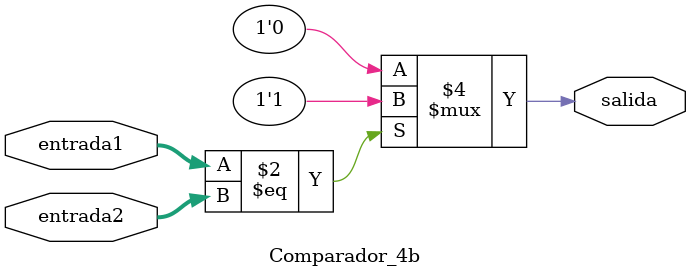
<source format=v>
`timescale 1ns / 1ps


module Comparador_4b(entrada1, entrada2, salida
    );
    
    input [3:0] entrada1, entrada2;
    output reg salida;
    
    always @(entrada1)
        if (entrada1 == entrada2)
            salida <= 1'b1;
        else 
            salida <= 1'b0;
endmodule
</source>
